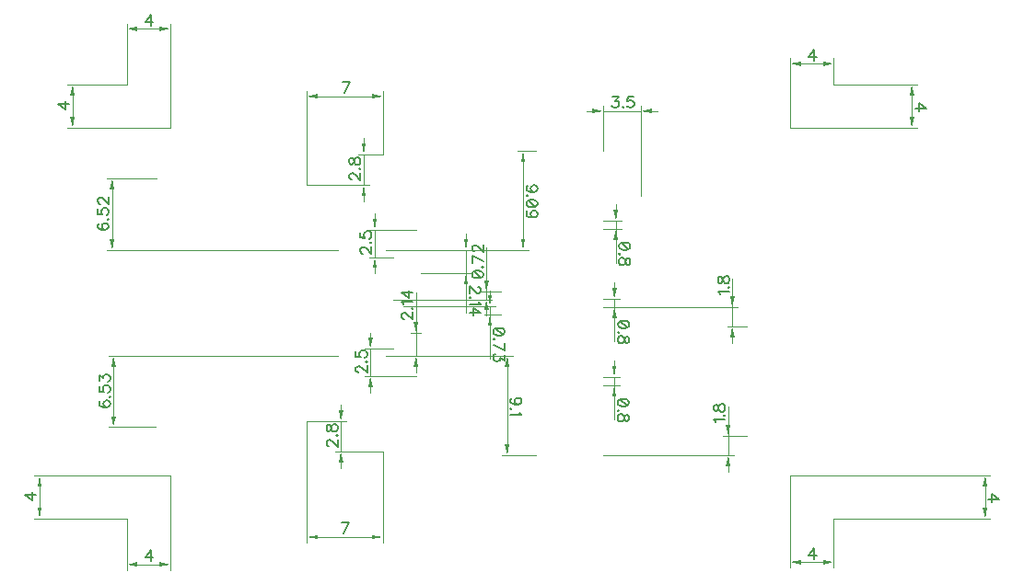
<source format=gbr>
G04 DipTrace 3.1.0.1*
G04 TAS5805Mbis2.TopDimension.gbr*
%MOIN*%
G04 #@! TF.FileFunction,Drawing,Top*
G04 #@! TF.Part,Single*
%ADD13C,0.001378*%
%ADD63C,0.006176*%
%FSLAX26Y26*%
G04*
G70*
G90*
G75*
G01*
G04 TopDimension*
%LPD*%
X1393136Y1164409D2*
D13*
X1727782D1*
X1747467Y1135472D2*
X1688412D1*
X1708097Y1164409D2*
Y1135472D1*
Y1223465D2*
Y1203780D1*
G36*
Y1164409D2*
X1700223Y1203780D1*
X1715971D1*
X1708097Y1164409D1*
G37*
Y1076417D2*
D13*
Y1096102D1*
G36*
Y1135472D2*
X1715971Y1096102D1*
X1700223D1*
X1708097Y1135472D1*
G37*
Y974817D2*
D13*
Y1164409D1*
X1747467Y1218543D2*
X1675617D1*
X1357703Y1190000D2*
X1714987D1*
X1695302Y1218543D2*
Y1190000D1*
Y1277598D2*
Y1257913D1*
G36*
Y1218543D2*
X1687428Y1257913D1*
X1703176D1*
X1695302Y1218543D1*
G37*
Y1130945D2*
D13*
Y1150630D1*
G36*
Y1190000D2*
X1703176Y1150630D1*
X1687428D1*
X1695302Y1190000D1*
G37*
Y1379198D2*
D13*
Y1218543D1*
X1357703Y1343543D2*
X1271089D1*
X1439593Y1441969D2*
X1271089D1*
X1290774D2*
Y1343543D1*
Y1501024D2*
Y1481339D1*
G36*
Y1441969D2*
X1282900Y1481339D1*
X1298648D1*
X1290774Y1441969D1*
G37*
Y1284488D2*
D13*
Y1304173D1*
G36*
Y1343543D2*
X1298648Y1304173D1*
X1282900D1*
X1290774Y1343543D1*
G37*
X1439593Y912441D2*
D13*
X1255341D1*
X1357711Y1010866D2*
X1255341D1*
X1275026D2*
Y912441D1*
Y1069921D2*
Y1050236D1*
G36*
Y1010866D2*
X1267152Y1050236D1*
X1282900D1*
X1275026Y1010866D1*
G37*
Y853386D2*
D13*
Y873071D1*
G36*
Y912441D2*
X1282900Y873071D1*
X1267152D1*
X1275026Y912441D1*
G37*
X1156910Y1370118D2*
D13*
X320302D1*
X499436Y1627008D2*
X320302D1*
X339987Y1498563D2*
Y1409488D1*
G36*
Y1370118D2*
X332113Y1409488D1*
X347861D1*
X339987Y1370118D1*
G37*
Y1498563D2*
D13*
Y1587638D1*
G36*
Y1627008D2*
X347861Y1587638D1*
X332113D1*
X339987Y1627008D1*
G37*
X1156910Y984291D2*
D13*
X326207D1*
X497467Y727008D2*
X326207D1*
X345892Y855650D2*
Y944921D1*
G36*
Y984291D2*
X353766Y944921D1*
X338018D1*
X345892Y984291D1*
G37*
Y855650D2*
D13*
Y766378D1*
G36*
Y727008D2*
X338018Y766378D1*
X353766D1*
X345892Y727008D1*
G37*
X1330158Y1370118D2*
D13*
X1847467D1*
X1873439Y1728189D2*
X1808097D1*
X1827782Y1549154D2*
Y1409488D1*
G36*
Y1370118D2*
X1819908Y1409488D1*
X1835656D1*
X1827782Y1370118D1*
G37*
Y1549154D2*
D13*
Y1688819D1*
G36*
Y1728189D2*
X1835656Y1688819D1*
X1819908D1*
X1827782Y1728189D1*
G37*
X1330158Y984291D2*
D13*
X1789593D1*
X1873439Y625827D2*
X1750223D1*
X1769908Y805059D2*
Y944921D1*
G36*
Y984291D2*
X1777782Y944921D1*
X1762034D1*
X1769908Y984291D1*
G37*
Y805059D2*
D13*
Y665197D1*
G36*
Y625827D2*
X1762034Y665197D1*
X1777782D1*
X1769908Y625827D1*
G37*
X2117558Y1476220D2*
D13*
X2182900D1*
X2117558Y1444724D2*
X2182900D1*
X2163215Y1476220D2*
Y1444724D1*
Y1535276D2*
Y1515591D1*
G36*
Y1476220D2*
X2155341Y1515591D1*
X2171089D1*
X2163215Y1476220D1*
G37*
Y1385669D2*
D13*
Y1405354D1*
G36*
Y1444724D2*
X2171089Y1405354D1*
X2155341D1*
X2163215Y1444724D1*
G37*
Y1323260D2*
D13*
Y1476220D1*
X2117558Y1192756D2*
X2178963D1*
X2117558Y1161260D2*
X2178963D1*
X2159278Y1192756D2*
Y1161260D1*
Y1251811D2*
Y1232126D1*
G36*
Y1192756D2*
X2151404Y1232126D1*
X2167152D1*
X2159278Y1192756D1*
G37*
Y1102205D2*
D13*
Y1121890D1*
G36*
Y1161260D2*
X2167152Y1121890D1*
X2151404D1*
X2159278Y1161260D1*
G37*
Y1039795D2*
D13*
Y1192756D1*
X2117558Y909291D2*
X2177782D1*
X2117558Y877795D2*
X2177782D1*
X2158097Y909291D2*
Y877795D1*
Y968346D2*
Y948661D1*
G36*
Y909291D2*
X2150223Y948661D1*
X2165971D1*
X2158097Y909291D1*
G37*
Y818740D2*
D13*
Y838425D1*
G36*
Y877795D2*
X2165971Y838425D1*
X2150223D1*
X2158097Y877795D1*
G37*
Y756331D2*
D13*
Y909291D1*
X2117558Y1728189D2*
Y1892756D1*
X2255292Y1563671D2*
Y1892756D1*
X2117558Y1873071D2*
X2255292D1*
X2058503D2*
X2078188D1*
G36*
X2117558D2*
X2078188Y1865197D1*
Y1880945D1*
X2117558Y1873071D1*
G37*
X2314347D2*
D13*
X2294662D1*
G36*
X2255292D2*
X2294662Y1880945D1*
Y1865197D1*
X2255292Y1873071D1*
G37*
X1456963Y1285858D2*
D13*
X1641168D1*
X1330158Y1370118D2*
X1641168D1*
X1621483D2*
Y1285858D1*
Y1429173D2*
Y1409488D1*
G36*
Y1370118D2*
X1613609Y1409488D1*
X1629357D1*
X1621483Y1370118D1*
G37*
Y1226803D2*
D13*
Y1246488D1*
G36*
Y1285858D2*
X1629357Y1246488D1*
X1613609D1*
X1621483Y1285858D1*
G37*
Y1140502D2*
D13*
Y1370118D1*
X1456963Y1068551D2*
X1420696D1*
X1330158Y984291D2*
X1460066D1*
X1440381Y1068551D2*
Y984291D1*
Y1127606D2*
Y1107921D1*
G36*
Y1068551D2*
X1432507Y1107921D1*
X1448255D1*
X1440381Y1068551D1*
G37*
Y925236D2*
D13*
Y944921D1*
G36*
Y984291D2*
X1448255Y944921D1*
X1432507D1*
X1440381Y984291D1*
G37*
Y1213908D2*
D13*
Y1068551D1*
X2637231Y1090394D2*
X2566365D1*
X2117558Y1161260D2*
X2605735D1*
X2586050D2*
Y1090394D1*
Y1220315D2*
Y1200630D1*
G36*
Y1161260D2*
X2578176Y1200630D1*
X2593924D1*
X2586050Y1161260D1*
G37*
Y1031339D2*
D13*
Y1051024D1*
G36*
Y1090394D2*
X2593924Y1051024D1*
X2578176D1*
X2586050Y1090394D1*
G37*
Y1265525D2*
D13*
Y1161260D1*
X2637231Y696693D2*
X2550617D1*
X2117558Y625827D2*
X2589987D1*
X2570302Y696693D2*
Y625827D1*
Y755748D2*
Y736063D1*
G36*
Y696693D2*
X2562428Y736063D1*
X2578176D1*
X2570302Y696693D1*
G37*
Y566772D2*
D13*
Y586457D1*
G36*
Y625827D2*
X2578176Y586457D1*
X2562428D1*
X2570302Y625827D1*
G37*
Y800958D2*
D13*
Y696693D1*
X1321483Y1715591D2*
X1231719D1*
X1045892Y1605368D2*
X1271089D1*
X1251404Y1715591D2*
Y1605368D1*
Y1774646D2*
Y1754961D1*
G36*
Y1715591D2*
X1243530Y1754961D1*
X1259278D1*
X1251404Y1715591D1*
G37*
Y1546313D2*
D13*
Y1565998D1*
G36*
Y1605368D2*
X1259278Y1565998D1*
X1243530D1*
X1251404Y1605368D1*
G37*
X1319514Y638819D2*
D13*
X1149042D1*
X1043924Y749042D2*
X1188412D1*
X1168727D2*
Y638819D1*
Y808097D2*
Y788412D1*
G36*
Y749042D2*
X1160853Y788412D1*
X1176601D1*
X1168727Y749042D1*
G37*
Y579764D2*
D13*
Y599449D1*
G36*
Y638819D2*
X1176601Y599449D1*
X1160853D1*
X1168727Y638819D1*
G37*
X1321483Y1715591D2*
D13*
Y1946299D1*
X1045892Y1605368D2*
Y1946299D1*
X1183688Y1926614D2*
X1282113D1*
G36*
X1321483D2*
X1282113Y1918740D1*
Y1934488D1*
X1321483Y1926614D1*
G37*
X1183688D2*
D13*
X1085262D1*
G36*
X1045892D2*
X1085262Y1934488D1*
Y1918740D1*
X1045892Y1926614D1*
G37*
X1319514Y638819D2*
D13*
Y308898D1*
X1043924Y749042D2*
Y308898D1*
X1181719Y328583D2*
X1280144D1*
G36*
X1319514D2*
X1280144Y320709D1*
Y336457D1*
X1319514Y328583D1*
G37*
X1181719D2*
D13*
X1083294D1*
G36*
X1043924D2*
X1083294Y336457D1*
Y320709D1*
X1043924Y328583D1*
G37*
X2952192Y1969528D2*
D13*
Y2064016D1*
X2794711Y1812047D2*
Y2064016D1*
X2873451Y2044331D2*
X2912822D1*
G36*
X2952192D2*
X2912822Y2036457D1*
Y2052205D1*
X2952192Y2044331D1*
G37*
X2873451D2*
D13*
X2834081D1*
G36*
X2794711D2*
X2834081Y2052205D1*
Y2036457D1*
X2794711Y2044331D1*
G37*
Y1812047D2*
D13*
X3255341D1*
X2952192Y1969528D2*
X3255341D1*
X3235656Y1890787D2*
Y1851417D1*
G36*
Y1812047D2*
X3227782Y1851417D1*
X3243530D1*
X3235656Y1812047D1*
G37*
Y1890787D2*
D13*
Y1930157D1*
G36*
Y1969528D2*
X3243530Y1930157D1*
X3227782D1*
X3235656Y1969528D1*
G37*
X2794711Y552205D2*
D13*
Y217559D1*
X2952192Y394724D2*
Y217559D1*
X2873451Y237244D2*
X2834081D1*
G36*
X2794711D2*
X2834081Y245118D1*
Y229370D1*
X2794711Y237244D1*
G37*
X2873451D2*
D13*
X2912822D1*
G36*
X2952192D2*
X2912822Y229370D1*
Y245118D1*
X2952192Y237244D1*
G37*
X2794711Y552205D2*
D13*
X3519121D1*
X2952192Y394724D2*
X3519121D1*
X3499436Y473465D2*
Y512835D1*
G36*
Y552205D2*
X3507310Y512835D1*
X3491562D1*
X3499436Y552205D1*
G37*
Y473465D2*
D13*
Y434094D1*
G36*
Y394724D2*
X3491562Y434094D1*
X3507310D1*
X3499436Y394724D1*
G37*
X550617Y552205D2*
D13*
Y209685D1*
X393136Y394724D2*
Y209685D1*
X471877Y229370D2*
X511247D1*
G36*
X550617D2*
X511247Y221496D1*
Y237244D1*
X550617Y229370D1*
G37*
X471877D2*
D13*
X432507D1*
G36*
X393136D2*
X432507Y237244D1*
Y221496D1*
X393136Y229370D1*
G37*
X550617Y552205D2*
D13*
X58491D1*
X393136Y394724D2*
X58491D1*
X78176Y473465D2*
Y512835D1*
G36*
Y552205D2*
X86050Y512835D1*
X70302D1*
X78176Y552205D1*
G37*
Y473465D2*
D13*
Y434094D1*
G36*
Y394724D2*
X70302Y434094D1*
X86050D1*
X78176Y394724D1*
G37*
X550617Y1812047D2*
D13*
X176601D1*
X393136Y1969528D2*
X176601D1*
X196286Y1890787D2*
Y1851417D1*
G36*
Y1812047D2*
X188412Y1851417D1*
X204160D1*
X196286Y1812047D1*
G37*
Y1890787D2*
D13*
Y1930157D1*
G36*
Y1969528D2*
X204160Y1930157D1*
X188412D1*
X196286Y1969528D1*
G37*
X550617Y1812047D2*
D13*
Y2190000D1*
X393136Y1969528D2*
Y2190000D1*
X471877Y2170315D2*
X511247D1*
G36*
X550617D2*
X511247Y2162441D1*
Y2178189D1*
X550617Y2170315D1*
G37*
X471877D2*
D13*
X432507D1*
G36*
X393136D2*
X432507Y2178189D1*
Y2162441D1*
X393136Y2170315D1*
G37*
X1760456Y1075343D2*
D63*
X1758554Y1081091D1*
X1752806Y1084938D1*
X1743256Y1086839D1*
X1737508D1*
X1727957Y1084938D1*
X1722209Y1081091D1*
X1720308Y1075343D1*
Y1071540D1*
X1722209Y1065792D1*
X1727957Y1061990D1*
X1737508Y1060044D1*
X1743256D1*
X1752806Y1061990D1*
X1758554Y1065792D1*
X1760456Y1071540D1*
Y1075343D1*
X1752806Y1061990D2*
X1727957Y1084938D1*
X1724155Y1045791D2*
X1722209Y1047693D1*
X1720308Y1045791D1*
X1722209Y1043846D1*
X1724155Y1045791D1*
X1720308Y1023845D2*
X1760456Y1004700D1*
Y1031495D1*
Y988502D2*
Y967499D1*
X1745157Y978951D1*
Y973203D1*
X1743256Y969401D1*
X1741355Y967499D1*
X1735606Y965554D1*
X1731804D1*
X1726056Y967499D1*
X1722209Y971302D1*
X1720308Y977050D1*
Y982798D1*
X1722209Y988502D1*
X1724155Y990403D1*
X1727957Y992349D1*
X1642943Y1278673D2*
X1644845Y1272925D1*
X1650593Y1269078D1*
X1660143Y1267177D1*
X1665891D1*
X1675442Y1269078D1*
X1681190Y1272925D1*
X1683091Y1278673D1*
Y1282476D1*
X1681190Y1288224D1*
X1675442Y1292026D1*
X1665891Y1293972D1*
X1660143D1*
X1650593Y1292026D1*
X1644845Y1288224D1*
X1642943Y1282476D1*
Y1278673D1*
X1650593Y1292026D2*
X1675442Y1269078D1*
X1679244Y1308224D2*
X1681190Y1306323D1*
X1683091Y1308224D1*
X1681190Y1310170D1*
X1679244Y1308224D1*
X1683091Y1330170D2*
X1642943Y1349316D1*
Y1322521D1*
X1652494Y1363613D2*
X1650593D1*
X1646746Y1365514D1*
X1644845Y1367415D1*
X1642943Y1371262D1*
Y1378911D1*
X1644845Y1382714D1*
X1646746Y1384615D1*
X1650593Y1386561D1*
X1654395D1*
X1658242Y1384615D1*
X1663946Y1380813D1*
X1683091Y1361667D1*
Y1388462D1*
X1247966Y1356720D2*
X1246065D1*
X1242218Y1358621D1*
X1240317Y1360522D1*
X1238416Y1364369D1*
Y1372018D1*
X1240317Y1375821D1*
X1242218Y1377722D1*
X1246065Y1379668D1*
X1249868D1*
X1253714Y1377722D1*
X1259418Y1373920D1*
X1278564Y1354774D1*
Y1381569D1*
X1274717Y1395822D2*
X1276662Y1393920D1*
X1278564Y1395822D1*
X1276662Y1397767D1*
X1274717Y1395822D1*
X1238416Y1433066D2*
Y1413965D1*
X1255616Y1412064D1*
X1253714Y1413965D1*
X1251769Y1419713D1*
Y1425417D1*
X1253714Y1431165D1*
X1257517Y1435012D1*
X1263265Y1436913D1*
X1267067D1*
X1272815Y1435012D1*
X1276662Y1431165D1*
X1278564Y1425417D1*
Y1419713D1*
X1276662Y1413965D1*
X1274717Y1412064D1*
X1270914Y1410119D1*
X1232218Y925617D2*
X1230317D1*
X1226470Y927519D1*
X1224569Y929420D1*
X1222668Y933267D1*
Y940916D1*
X1224569Y944719D1*
X1226470Y946620D1*
X1230317Y948565D1*
X1234120D1*
X1237966Y946620D1*
X1243670Y942817D1*
X1262815Y923672D1*
Y950467D1*
X1258969Y964719D2*
X1260914Y962818D1*
X1262815Y964719D1*
X1260914Y966665D1*
X1258969Y964719D1*
X1222668Y1001964D2*
Y982863D1*
X1239868Y980962D1*
X1237966Y982863D1*
X1236021Y988611D1*
Y994315D1*
X1237966Y1000063D1*
X1241769Y1003910D1*
X1247517Y1005811D1*
X1251319D1*
X1257067Y1003910D1*
X1260914Y1000063D1*
X1262815Y994315D1*
Y988611D1*
X1260914Y982863D1*
X1258969Y980962D1*
X1255166Y979016D1*
X293332Y1464929D2*
X289530Y1463028D1*
X287628Y1457280D1*
Y1453477D1*
X289530Y1447729D1*
X295278Y1443882D1*
X304828Y1441981D1*
X314379D1*
X322028Y1443882D1*
X325875Y1447729D1*
X327776Y1453477D1*
Y1455378D1*
X325875Y1461082D1*
X322028Y1464929D1*
X316280Y1466830D1*
X314379D1*
X308631Y1464929D1*
X304828Y1461082D1*
X302927Y1455378D1*
Y1453477D1*
X304828Y1447729D1*
X308631Y1443882D1*
X314379Y1441981D1*
X323929Y1481083D2*
X325875Y1479182D1*
X327776Y1481083D1*
X325875Y1483028D1*
X323929Y1481083D1*
X287628Y1518328D2*
Y1499227D1*
X304828Y1497325D1*
X302927Y1499227D1*
X300981Y1504975D1*
Y1510678D1*
X302927Y1516426D1*
X306729Y1520273D1*
X312478Y1522175D1*
X316280D1*
X322028Y1520273D1*
X325875Y1516426D1*
X327776Y1510678D1*
Y1504975D1*
X325875Y1499227D1*
X323929Y1497325D1*
X320127Y1495380D1*
X297179Y1536471D2*
X295278D1*
X291431Y1538373D1*
X289530Y1540274D1*
X287628Y1544121D1*
Y1551770D1*
X289530Y1555573D1*
X291431Y1557474D1*
X295278Y1559419D1*
X299080D1*
X302927Y1557474D1*
X308631Y1553671D1*
X327776Y1534526D1*
Y1561321D1*
X299238Y822016D2*
X295435Y820114D1*
X293534Y814366D1*
Y810564D1*
X295435Y804816D1*
X301183Y800969D1*
X310734Y799068D1*
X320284D1*
X327934Y800969D1*
X331780Y804816D1*
X333682Y810564D1*
Y812465D1*
X331780Y818169D1*
X327934Y822016D1*
X322186Y823917D1*
X320284D1*
X314536Y822016D1*
X310734Y818169D1*
X308832Y812465D1*
Y810564D1*
X310734Y804816D1*
X314536Y800969D1*
X320284Y799068D1*
X329835Y838170D2*
X331780Y836268D1*
X333682Y838170D1*
X331780Y840115D1*
X329835Y838170D1*
X293534Y875414D2*
Y856313D1*
X310734Y854412D1*
X308832Y856313D1*
X306887Y862061D1*
Y867765D1*
X308832Y873513D1*
X312635Y877360D1*
X318383Y879261D1*
X322186D1*
X327934Y877360D1*
X331780Y873513D1*
X333682Y867765D1*
Y862061D1*
X331780Y856313D1*
X329835Y854412D1*
X326032Y852466D1*
X293534Y895459D2*
Y916462D1*
X308832Y905010D1*
Y910758D1*
X310734Y914560D1*
X312635Y916462D1*
X318383Y918407D1*
X322186D1*
X327934Y916462D1*
X331780Y912659D1*
X333682Y906911D1*
Y901163D1*
X331780Y895459D1*
X329835Y893558D1*
X326032Y891613D1*
X1866788Y1579914D2*
X1861040Y1581859D1*
X1857193Y1585662D1*
X1855292Y1591410D1*
Y1593311D1*
X1857193Y1599059D1*
X1861040Y1602861D1*
X1866788Y1604807D1*
X1868689D1*
X1874437Y1602861D1*
X1878239Y1599059D1*
X1880141Y1593311D1*
Y1591410D1*
X1878239Y1585662D1*
X1874437Y1581859D1*
X1866788Y1579914D1*
X1857193D1*
X1847642Y1581859D1*
X1841894Y1585662D1*
X1839993Y1591410D1*
Y1595212D1*
X1841894Y1600960D1*
X1845741Y1602861D1*
X1843840Y1565661D2*
X1841894Y1567562D1*
X1839993Y1565661D1*
X1841894Y1563715D1*
X1843840Y1565661D1*
X1880141Y1539868D2*
X1878239Y1545616D1*
X1872491Y1549463D1*
X1862941Y1551364D1*
X1857193D1*
X1847642Y1549463D1*
X1841894Y1545616D1*
X1839993Y1539868D1*
Y1536065D1*
X1841894Y1530317D1*
X1847642Y1526515D1*
X1857193Y1524569D1*
X1862941D1*
X1872491Y1526515D1*
X1878239Y1530317D1*
X1880141Y1536065D1*
Y1539868D1*
X1872491Y1526515D2*
X1847642Y1549463D1*
X1866788Y1487324D2*
X1861040Y1489270D1*
X1857193Y1493073D1*
X1855292Y1498821D1*
Y1500722D1*
X1857193Y1506470D1*
X1861040Y1510272D1*
X1866788Y1512218D1*
X1868689D1*
X1874437Y1510272D1*
X1878239Y1506470D1*
X1880141Y1500722D1*
Y1498821D1*
X1878239Y1493073D1*
X1874437Y1489270D1*
X1866788Y1487324D1*
X1857193D1*
X1847642Y1489270D1*
X1841894Y1493073D1*
X1839993Y1498821D1*
Y1502623D1*
X1841894Y1508371D1*
X1845741Y1510272D1*
X1808914Y808597D2*
X1803166Y810542D1*
X1799319Y814345D1*
X1797418Y820093D1*
Y821994D1*
X1799319Y827742D1*
X1803166Y831545D1*
X1808914Y833490D1*
X1810815D1*
X1816563Y831545D1*
X1820365Y827742D1*
X1822267Y821994D1*
Y820093D1*
X1820365Y814345D1*
X1816563Y810542D1*
X1808914Y808597D1*
X1799319D1*
X1789768Y810542D1*
X1784020Y814345D1*
X1782119Y820093D1*
Y823895D1*
X1784020Y829643D1*
X1787867Y831545D1*
X1785966Y794344D2*
X1784020Y796245D1*
X1782119Y794344D1*
X1784020Y792399D1*
X1785966Y794344D1*
X1814617Y780047D2*
X1816563Y776200D1*
X1822267Y770452D1*
X1782119D1*
X2215574Y1384595D2*
X2213672Y1390343D1*
X2207924Y1394190D1*
X2198374Y1396091D1*
X2192626D1*
X2183075Y1394190D1*
X2177327Y1390343D1*
X2175426Y1384595D1*
Y1380792D1*
X2177327Y1375044D1*
X2183075Y1371242D1*
X2192626Y1369296D1*
X2198374D1*
X2207924Y1371242D1*
X2213672Y1375044D1*
X2215574Y1380792D1*
Y1384595D1*
X2207924Y1371242D2*
X2183075Y1394190D1*
X2179273Y1355043D2*
X2177327Y1356945D1*
X2175426Y1355043D1*
X2177327Y1353098D1*
X2179273Y1355043D1*
X2215574Y1331196D2*
X2213672Y1336900D1*
X2209870Y1338845D1*
X2206023D1*
X2202221Y1336900D1*
X2200275Y1333097D1*
X2198374Y1325448D1*
X2196473Y1319700D1*
X2192626Y1315897D1*
X2188823Y1313996D1*
X2183075D1*
X2179273Y1315897D1*
X2177327Y1317799D1*
X2175426Y1323547D1*
Y1331196D1*
X2177327Y1336900D1*
X2179273Y1338845D1*
X2183075Y1340747D1*
X2188823D1*
X2192626Y1338845D1*
X2196473Y1334999D1*
X2198374Y1329295D1*
X2200275Y1321645D1*
X2202221Y1317799D1*
X2206023Y1315897D1*
X2209870D1*
X2213672Y1317799D1*
X2215574Y1323547D1*
Y1331196D1*
X2211637Y1101130D2*
X2209735Y1106878D1*
X2203987Y1110725D1*
X2194437Y1112626D1*
X2188689D1*
X2179138Y1110725D1*
X2173390Y1106878D1*
X2171489Y1101130D1*
Y1097328D1*
X2173390Y1091580D1*
X2179138Y1087777D1*
X2188689Y1085832D1*
X2194437D1*
X2203987Y1087777D1*
X2209735Y1091580D1*
X2211637Y1097328D1*
Y1101130D1*
X2203987Y1087777D2*
X2179138Y1110725D1*
X2175336Y1071579D2*
X2173390Y1073480D1*
X2171489Y1071579D1*
X2173390Y1069633D1*
X2175336Y1071579D1*
X2211637Y1047731D2*
X2209735Y1053435D1*
X2205933Y1055381D1*
X2202086D1*
X2198284Y1053435D1*
X2196338Y1049633D1*
X2194437Y1041983D1*
X2192536Y1036235D1*
X2188689Y1032433D1*
X2184886Y1030532D1*
X2179138D1*
X2175336Y1032433D1*
X2173390Y1034334D1*
X2171489Y1040082D1*
Y1047731D1*
X2173390Y1053435D1*
X2175336Y1055381D1*
X2179138Y1057282D1*
X2184886D1*
X2188689Y1055381D1*
X2192536Y1051534D1*
X2194437Y1045830D1*
X2196338Y1038181D1*
X2198284Y1034334D1*
X2202086Y1032433D1*
X2205933D1*
X2209735Y1034334D1*
X2211637Y1040082D1*
Y1047731D1*
X2210456Y817666D2*
X2208554Y823414D1*
X2202806Y827260D1*
X2193256Y829162D1*
X2187508D1*
X2177957Y827260D1*
X2172209Y823414D1*
X2170308Y817666D1*
Y813863D1*
X2172209Y808115D1*
X2177957Y804312D1*
X2187508Y802367D1*
X2193256D1*
X2202806Y804312D1*
X2208554Y808115D1*
X2210456Y813863D1*
Y817666D1*
X2202806Y804312D2*
X2177957Y827260D1*
X2174155Y788114D2*
X2172209Y790016D1*
X2170308Y788114D1*
X2172209Y786169D1*
X2174155Y788114D1*
X2210456Y764267D2*
X2208554Y769971D1*
X2204752Y771916D1*
X2200905D1*
X2197103Y769971D1*
X2195157Y766168D1*
X2193256Y758519D1*
X2191355Y752771D1*
X2187508Y748968D1*
X2183705Y747067D1*
X2177957D1*
X2174155Y748968D1*
X2172209Y750870D1*
X2170308Y756618D1*
Y764267D1*
X2172209Y769971D1*
X2174155Y771916D1*
X2177957Y773817D1*
X2183705D1*
X2187508Y771916D1*
X2191355Y768069D1*
X2193256Y762366D1*
X2195157Y754716D1*
X2197103Y750870D1*
X2200905Y748968D1*
X2204752D1*
X2208554Y750870D1*
X2210456Y756618D1*
Y764267D1*
X2152290Y1925429D2*
X2173293D1*
X2161841Y1910131D1*
X2167589D1*
X2171391Y1908230D1*
X2173293Y1906328D1*
X2175238Y1900580D1*
Y1896778D1*
X2173293Y1891030D1*
X2169490Y1887183D1*
X2163742Y1885282D1*
X2157994D1*
X2152290Y1887183D1*
X2150389Y1889128D1*
X2148443Y1892931D1*
X2189491Y1889128D2*
X2187590Y1887183D1*
X2189491Y1885282D1*
X2191436Y1887183D1*
X2189491Y1889128D1*
X2226736Y1925429D2*
X2207634D1*
X2205733Y1908230D1*
X2207634Y1910131D1*
X2213382Y1912076D1*
X2219086D1*
X2224834Y1910131D1*
X2228681Y1906328D1*
X2230582Y1900580D1*
Y1896778D1*
X2228681Y1891030D1*
X2224834Y1887183D1*
X2219086Y1885282D1*
X2213382D1*
X2207634Y1887183D1*
X2205733Y1889128D1*
X2203788Y1892931D1*
X1664291Y1235279D2*
X1666192D1*
X1670039Y1233378D1*
X1671940Y1231477D1*
X1673841Y1227630D1*
Y1219981D1*
X1671940Y1216178D1*
X1670039Y1214277D1*
X1666192Y1212331D1*
X1662390D1*
X1658543Y1214277D1*
X1652839Y1218079D1*
X1633694Y1237225D1*
Y1210430D1*
X1637540Y1196177D2*
X1635595Y1198079D1*
X1633694Y1196177D1*
X1635595Y1194232D1*
X1637540Y1196177D1*
X1666192Y1181880D2*
X1668138Y1178034D1*
X1673841Y1172286D1*
X1633694D1*
Y1140789D2*
X1673841D1*
X1647091Y1159934D1*
Y1131238D1*
X1397573Y1119130D2*
X1395671D1*
X1391825Y1121032D1*
X1389923Y1122933D1*
X1388022Y1126780D1*
Y1134429D1*
X1389923Y1138231D1*
X1391825Y1140133D1*
X1395671Y1142078D1*
X1399474D1*
X1403321Y1140133D1*
X1409024Y1136330D1*
X1428170Y1117185D1*
Y1143979D1*
X1424323Y1158232D2*
X1426269Y1156331D1*
X1428170Y1158232D1*
X1426269Y1160178D1*
X1424323Y1158232D1*
X1395671Y1172529D2*
X1393726Y1176376D1*
X1388022Y1182124D1*
X1428170D1*
Y1213621D2*
X1388022D1*
X1414772Y1194475D1*
Y1223171D1*
X2541341Y1209893D2*
X2539395Y1213740D1*
X2533691Y1219488D1*
X2573839D1*
X2569992Y1233741D2*
X2571938Y1231840D1*
X2573839Y1233741D1*
X2571938Y1235686D1*
X2569992Y1233741D1*
X2533691Y1257588D2*
X2535593Y1251885D1*
X2539395Y1249939D1*
X2543242D1*
X2547044Y1251885D1*
X2548990Y1255687D1*
X2550891Y1263336D1*
X2552792Y1269084D1*
X2556639Y1272887D1*
X2560442Y1274788D1*
X2566190D1*
X2569992Y1272887D1*
X2571938Y1270986D1*
X2573839Y1265238D1*
Y1257588D1*
X2571938Y1251885D1*
X2569992Y1249939D1*
X2566190Y1248038D1*
X2560442D1*
X2556639Y1249939D1*
X2552792Y1253786D1*
X2550891Y1259490D1*
X2548990Y1267139D1*
X2547044Y1270986D1*
X2543242Y1272887D1*
X2539395D1*
X2535593Y1270986D1*
X2533691Y1265238D1*
Y1257588D1*
X2525593Y745327D2*
X2523647Y749173D1*
X2517943Y754921D1*
X2558091D1*
X2554244Y769174D2*
X2556190Y767273D1*
X2558091Y769174D1*
X2556190Y771119D1*
X2554244Y769174D1*
X2517943Y793021D2*
X2519845Y787318D1*
X2523647Y785372D1*
X2527494D1*
X2531296Y787318D1*
X2533242Y791120D1*
X2535143Y798769D1*
X2537044Y804518D1*
X2540891Y808320D1*
X2544694Y810221D1*
X2550442D1*
X2554244Y808320D1*
X2556190Y806419D1*
X2558091Y800671D1*
Y793021D1*
X2556190Y787318D1*
X2554244Y785372D1*
X2550442Y783471D1*
X2544694D1*
X2540891Y785372D1*
X2537044Y789219D1*
X2535143Y794923D1*
X2533242Y802572D1*
X2531296Y806419D1*
X2527494Y808320D1*
X2523647D1*
X2519845Y806419D1*
X2517943Y800671D1*
Y793021D1*
X1208596Y1624465D2*
X1206695D1*
X1202848Y1626366D1*
X1200947Y1628268D1*
X1199046Y1632114D1*
Y1639764D1*
X1200947Y1643566D1*
X1202848Y1645468D1*
X1206695Y1647413D1*
X1210498D1*
X1214344Y1645468D1*
X1220048Y1641665D1*
X1239193Y1622520D1*
Y1649314D1*
X1235347Y1663567D2*
X1237292Y1661666D1*
X1239193Y1663567D1*
X1237292Y1665512D1*
X1235347Y1663567D1*
X1199046Y1687414D2*
X1200947Y1681711D1*
X1204749Y1679765D1*
X1208596D1*
X1212399Y1681711D1*
X1214344Y1685513D1*
X1216246Y1693162D1*
X1218147Y1698911D1*
X1221994Y1702713D1*
X1225796Y1704614D1*
X1231544D1*
X1235347Y1702713D1*
X1237292Y1700812D1*
X1239193Y1695064D1*
Y1687414D1*
X1237292Y1681711D1*
X1235347Y1679765D1*
X1231544Y1677864D1*
X1225796D1*
X1221994Y1679765D1*
X1218147Y1683612D1*
X1216246Y1689316D1*
X1214344Y1696965D1*
X1212399Y1700812D1*
X1208596Y1702713D1*
X1204749D1*
X1200947Y1700812D1*
X1199046Y1695064D1*
Y1687414D1*
X1125919Y657916D2*
X1124018D1*
X1120171Y659818D1*
X1118270Y661719D1*
X1116368Y665566D1*
Y673215D1*
X1118270Y677017D1*
X1120171Y678919D1*
X1124018Y680864D1*
X1127820D1*
X1131667Y678919D1*
X1137371Y675116D1*
X1156516Y655971D1*
Y682765D1*
X1152670Y697018D2*
X1154615Y695117D1*
X1156516Y697018D1*
X1154615Y698964D1*
X1152670Y697018D1*
X1116368Y720866D2*
X1118270Y715162D1*
X1122072Y713216D1*
X1125919D1*
X1129722Y715162D1*
X1131667Y718964D1*
X1133568Y726614D1*
X1135470Y732362D1*
X1139316Y736164D1*
X1143119Y738066D1*
X1148867D1*
X1152670Y736164D1*
X1154615Y734263D1*
X1156516Y728515D1*
Y720866D1*
X1154615Y715162D1*
X1152670Y713216D1*
X1148867Y711315D1*
X1143119D1*
X1139316Y713216D1*
X1135470Y717063D1*
X1133568Y722767D1*
X1131667Y730416D1*
X1129722Y734263D1*
X1125919Y736164D1*
X1122072D1*
X1118270Y734263D1*
X1116368Y728515D1*
Y720866D1*
X1181027Y1938825D2*
X1200173Y1978973D1*
X1173378D1*
X1179059Y340793D2*
X1198204Y380941D1*
X1171410D1*
X2881337Y2056541D2*
Y2096689D1*
X2862191Y2069939D1*
X2890887D1*
X3247867Y1882902D2*
X3288015D1*
X3261264Y1902048D1*
Y1873352D1*
X2881337Y249455D2*
Y289603D1*
X2862191Y262852D1*
X2890887D1*
X3511646Y465579D2*
X3551794D1*
X3525044Y484725D1*
Y456029D1*
X479762Y241581D2*
Y281729D1*
X460617Y254978D1*
X489312D1*
X65965Y481350D2*
X25817D1*
X52568Y462204D1*
Y490900D1*
X184075Y1898673D2*
X143928D1*
X170678Y1879527D1*
Y1908223D1*
X479762Y2182526D2*
Y2222674D1*
X460617Y2195923D1*
X489312D1*
M02*

</source>
